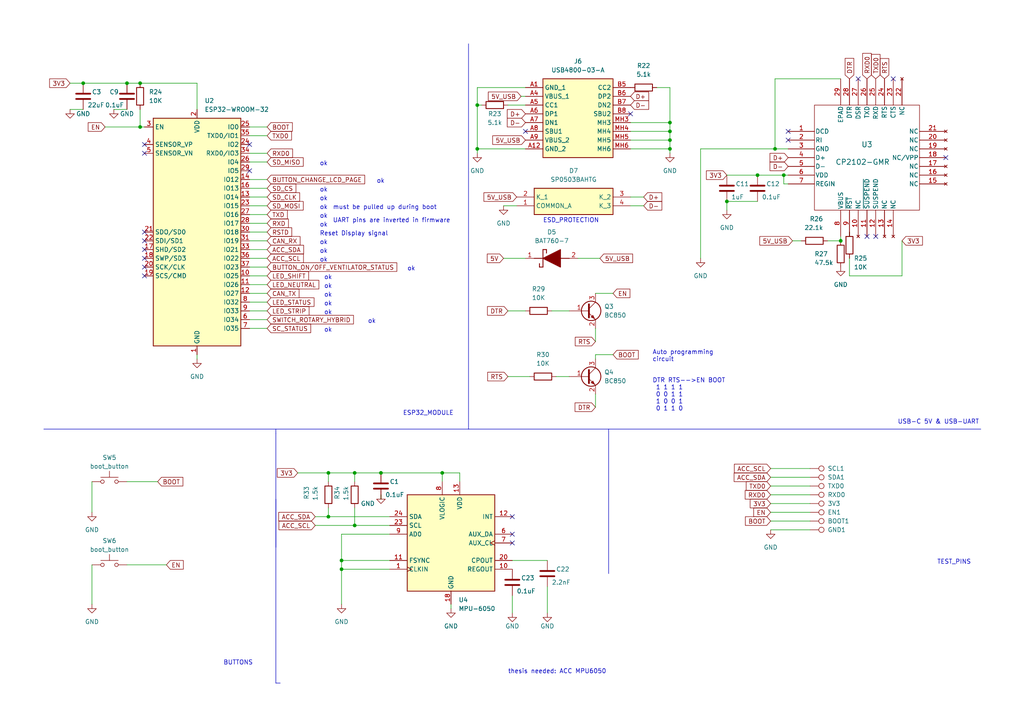
<source format=kicad_sch>
(kicad_sch (version 20231120) (generator "eeschema") (generator_version "8.0")
  (paper "A4")
  (title_block (title "DR-05 DASHBOARD") (date "2024-03-24") (rev "v2.0") (company "UPBDRIVE") (comment 1 "tudor.marculescu@stud.etti.upb.ro") (comment 2 "drawn by: Marculescu Tudor"))
  (lib_symbols
    (symbol "BAT760-7:BAT760-7" (pin_names hide)
      (property "Reference" "D" (at 12.7 8.89 0))
      (property "Value" "BAT760-7" (at 12.7 6.35 0))
      (symbol "BAT760-7_1_1"
        (polyline (pts (xy 5.08 0) (xy 7.62 0)) (stroke (width 0.254)))
        (polyline (pts (xy 6.604 -1.524) (xy 6.604 -2.54)) (stroke (width 0.254)))
        (polyline (pts (xy 7.62 -2.54) (xy 6.604 -2.54)) (stroke (width 0.254)))
        (polyline (pts (xy 7.62 2.54) (xy 7.62 -2.54)) (stroke (width 0.254)))
        (polyline (pts (xy 7.62 2.54) (xy 8.636 2.54)) (stroke (width 0.254)))
        (polyline (pts (xy 8.636 1.524) (xy 8.636 2.54)) (stroke (width 0.254)))
        (polyline (pts (xy 12.7 0) (xy 15.24 0)) (stroke (width 0.254)))
        (polyline (pts (xy 7.62 0) (xy 12.7 2.54) (xy 12.7 -2.54) (xy 7.62 0)) (stroke (width 0.254)) (fill (type outline)))
        (pin passive line (at 2.54 0 0) (length 2.54) (name "K") (number "1"))
        (pin passive line (at 17.78 0 180) (length 2.54) (name "A") (number "2"))
      )
    )
    (symbol "CP2102-GMR:CP2102-GMR" (pin_names (offset 0.254))
      (property "Reference" "U" (at 13.97 -13.97 0))
      (property "Value" "CP2102-GMR" (at 13.97 -16.51 0))
      (symbol "CP2102-GMR_0_1"
        (pin input line (at -7.62 -7.62 0) (length 7.62) (name "DCD") (number "1"))
        (pin no_connect line (at 12.7 -38.1 90) (length 7.62) (name "NC") (number "10"))
        (pin output line (at 17.78 -38.1 90) (length 7.62) (name "SUSPEND") (number "12"))
        (pin no_connect line (at 20.32 -38.1 90) (length 7.62) (name "NC") (number "13"))
        (pin no_connect line (at 22.86 -38.1 90) (length 7.62) (name "NC") (number "14"))
        (pin no_connect line (at 38.1 -22.86 180) (length 7.62) (name "NC") (number "15"))
        (pin no_connect line (at 38.1 -20.32 180) (length 7.62) (name "NC") (number "16"))
        (pin no_connect line (at 38.1 -17.78 180) (length 7.62) (name "NC") (number "17"))
        (pin bidirectional line (at 38.1 -15.24 180) (length 7.62) (name "NC/VPP") (number "18"))
        (pin no_connect line (at 38.1 -12.7 180) (length 7.62) (name "NC") (number "19"))
        (pin input line (at -7.62 -10.16 0) (length 7.62) (name "RI") (number "2"))
        (pin no_connect line (at 38.1 -10.16 180) (length 7.62) (name "NC") (number "20"))
        (pin no_connect line (at 38.1 -7.62 180) (length 7.62) (name "NC") (number "21"))
        (pin no_connect line (at 25.4 7.62 270) (length 7.62) (name "NC") (number "22"))
        (pin input line (at 22.86 7.62 270) (length 7.62) (name "CTS") (number "23"))
        (pin output line (at 20.32 7.62 270) (length 7.62) (name "RTS") (number "24"))
        (pin input line (at 17.78 7.62 270) (length 7.62) (name "RXD") (number "25"))
        (pin output line (at 15.24 7.62 270) (length 7.62) (name "TXD") (number "26"))
        (pin input line (at 12.7 7.62 270) (length 7.62) (name "DSR") (number "27"))
        (pin output line (at 10.16 7.62 270) (length 7.62) (name "DTR") (number "28"))
        (pin power_in line (at -7.62 -12.7 0) (length 7.62) (name "GND") (number "3"))
        (pin bidirectional line (at -7.62 -15.24 0) (length 7.62) (name "D+") (number "4"))
        (pin bidirectional line (at -7.62 -17.78 0) (length 7.62) (name "D-") (number "5"))
        (pin power_in line (at -7.62 -20.32 0) (length 7.62) (name "VDD") (number "6"))
        (pin input line (at -7.62 -22.86 0) (length 7.62) (name "REGIN") (number "7"))
        (pin input line (at 7.62 -38.1 90) (length 7.62) (name "VBUS") (number "8"))
      )
      (symbol "CP2102-GMR_1_1"
        (rectangle (start 0 0) (end 30.48 -30.48))
        (pin output line (at 15.24 -38.1 90) (length 7.62) (name "~{SUSPEND}") (number "11"))
        (pin power_in line (at 7.62 7.62 270) (length 7.62) (name "EPAD") (number "29"))
        (pin bidirectional line (at 10.16 -38.1 90) (length 7.62) (name "~{RST}") (number "9"))
      )
    )
    (symbol "Connector:TestPoint" (pin_numbers hide) (pin_names (offset 0.762) hide)
      (property "Reference" "TP" (at 0 6.858 0))
      (property "Value" "TestPoint" (at 0 5.08 0))
      (symbol "TestPoint_0_1"
        (circle (center 0 3.302) (radius 0.762))
      )
      (symbol "TestPoint_1_1"
        (pin passive line (at 0 0 90) (length 2.54) (name "1") (number "1"))
      )
    )
    (symbol "Device:C" (pin_numbers hide) (pin_names (offset 0.254))
      (property "Reference" "C" (at 0.635 2.54 0))
      (property "Value" "C" (at 0.635 -2.54 0))
      (symbol "C_0_1"
        (polyline (pts (xy -2.032 -0.762) (xy 2.032 -0.762)) (stroke (width 0.508)))
        (polyline (pts (xy -2.032 0.762) (xy 2.032 0.762)) (stroke (width 0.508)))
      )
      (symbol "C_1_1"
        (pin passive line (at 0 3.81 270) (length 2.794) (name "~") (number "1"))
        (pin passive line (at 0 -3.81 90) (length 2.794) (name "~") (number "2"))
      )
    )
    (symbol "Device:R" (pin_numbers hide) (pin_names (offset 0))
      (property "Reference" "R" (at 2.032 0 90))
      (property "Value" "R" (at 0 0 90))
      (symbol "R_0_1"
        (rectangle (start -1.016 -2.54) (end 1.016 2.54) (stroke (width 0.254)))
      )
      (symbol "R_1_1"
        (pin passive line (at 0 3.81 270) (length 1.27) (name "~") (number "1"))
        (pin passive line (at 0 -3.81 90) (length 1.27) (name "~") (number "2"))
      )
    )
    (symbol "RF_Module:ESP32-WROOM-32"
      (property "Reference" "U" (at -12.7 34.29 0))
      (property "Value" "ESP32-WROOM-32" (at 1.27 34.29 0))
      (symbol "ESP32-WROOM-32_0_1"
        (rectangle (start -12.7 33.02) (end 12.7 -33.02) (stroke (width 0.254)) (fill (type background)))
      )
      (symbol "ESP32-WROOM-32_1_1"
        (pin power_in line (at 0 -35.56 90) (length 2.54) (name "GND") (number "1"))
        (pin bidirectional line (at 15.24 -12.7 180) (length 2.54) (name "IO25") (number "10"))
        (pin bidirectional line (at 15.24 -15.24 180) (length 2.54) (name "IO26") (number "11"))
        (pin bidirectional line (at 15.24 -17.78 180) (length 2.54) (name "IO27") (number "12"))
        (pin bidirectional line (at 15.24 10.16 180) (length 2.54) (name "IO14") (number "13"))
        (pin bidirectional line (at 15.24 15.24 180) (length 2.54) (name "IO12") (number "14"))
        (pin passive line (at 0 -35.56 90) (length 2.54) hide (name "GND") (number "15"))
        (pin bidirectional line (at 15.24 12.7 180) (length 2.54) (name "IO13") (number "16"))
        (pin bidirectional line (at -15.24 -5.08 0) (length 2.54) (name "SHD/SD2") (number "17"))
        (pin bidirectional line (at -15.24 -7.62 0) (length 2.54) (name "SWP/SD3") (number "18"))
        (pin bidirectional line (at -15.24 -12.7 0) (length 2.54) (name "SCS/CMD") (number "19"))
        (pin power_in line (at 0 35.56 270) (length 2.54) (name "VDD") (number "2"))
        (pin bidirectional line (at -15.24 -10.16 0) (length 2.54) (name "SCK/CLK") (number "20"))
        (pin bidirectional line (at -15.24 0 0) (length 2.54) (name "SDO/SD0") (number "21"))
        (pin bidirectional line (at -15.24 -2.54 0) (length 2.54) (name "SDI/SD1") (number "22"))
        (pin bidirectional line (at 15.24 7.62 180) (length 2.54) (name "IO15") (number "23"))
        (pin bidirectional line (at 15.24 25.4 180) (length 2.54) (name "IO2") (number "24"))
        (pin bidirectional line (at 15.24 30.48 180) (length 2.54) (name "IO0") (number "25"))
        (pin bidirectional line (at 15.24 20.32 180) (length 2.54) (name "IO4") (number "26"))
        (pin bidirectional line (at 15.24 5.08 180) (length 2.54) (name "IO16") (number "27"))
        (pin bidirectional line (at 15.24 2.54 180) (length 2.54) (name "IO17") (number "28"))
        (pin bidirectional line (at 15.24 17.78 180) (length 2.54) (name "IO5") (number "29"))
        (pin input line (at -15.24 30.48 0) (length 2.54) (name "EN") (number "3"))
        (pin bidirectional line (at 15.24 0 180) (length 2.54) (name "IO18") (number "30"))
        (pin bidirectional line (at 15.24 -2.54 180) (length 2.54) (name "IO19") (number "31"))
        (pin no_connect line (at -12.7 -27.94 0) (length 2.54) hide (name "NC") (number "32"))
        (pin bidirectional line (at 15.24 -5.08 180) (length 2.54) (name "IO21") (number "33"))
        (pin bidirectional line (at 15.24 22.86 180) (length 2.54) (name "RXD0/IO3") (number "34"))
        (pin bidirectional line (at 15.24 27.94 180) (length 2.54) (name "TXD0/IO1") (number "35"))
        (pin bidirectional line (at 15.24 -7.62 180) (length 2.54) (name "IO22") (number "36"))
        (pin bidirectional line (at 15.24 -10.16 180) (length 2.54) (name "IO23") (number "37"))
        (pin passive line (at 0 -35.56 90) (length 2.54) hide (name "GND") (number "38"))
        (pin passive line (at 0 -35.56 90) (length 2.54) hide (name "GND") (number "39"))
        (pin input line (at -15.24 25.4 0) (length 2.54) (name "SENSOR_VP") (number "4"))
        (pin input line (at -15.24 22.86 0) (length 2.54) (name "SENSOR_VN") (number "5"))
        (pin input line (at 15.24 -25.4 180) (length 2.54) (name "IO34") (number "6"))
        (pin input line (at 15.24 -27.94 180) (length 2.54) (name "IO35") (number "7"))
        (pin bidirectional line (at 15.24 -20.32 180) (length 2.54) (name "IO32") (number "8"))
        (pin bidirectional line (at 15.24 -22.86 180) (length 2.54) (name "IO33") (number "9"))
      )
    )
    (symbol "SP0503BAHTG:SP0503BAHTG"
      (property "Reference" "D" (at 29.21 7.62 0))
      (property "Value" "SP0503BAHTG" (at 29.21 5.08 0))
      (symbol "SP0503BAHTG_1_1"
        (rectangle (start 5.08 2.54) (end 27.94 -5.08) (stroke (width 0.254)) (fill (type background)))
        (pin passive line (at 0 0 0) (length 5.08) (name "COMMON_A") (number "1"))
        (pin passive line (at 0 -2.54 0) (length 5.08) (name "K_1") (number "2"))
        (pin passive line (at 33.02 -2.54 180) (length 5.08) (name "K_2") (number "3"))
        (pin passive line (at 33.02 0 180) (length 5.08) (name "K_3") (number "4"))
      )
    )
    (symbol "Sensor_Motion:MPU-6050"
      (property "Reference" "U" (at -11.43 13.97 0))
      (property "Value" "MPU-6050" (at 7.62 -15.24 0))
      (symbol "MPU-6050_0_0"
        (text "" (at 12.7 -2.54 0) (effects (font (size 1.27 1.27))))
      )
      (symbol "MPU-6050_0_1"
        (rectangle (start -12.7 13.97) (end 12.7 -13.97) (stroke (width 0.254)) (fill (type background)))
      )
      (symbol "MPU-6050_1_1"
        (pin input clock (at -17.78 -7.62 0) (length 5.08) (name "CLKIN") (number "1"))
        (pin passive line (at 17.78 -7.62 180) (length 5.08) (name "REGOUT") (number "10"))
        (pin input line (at -17.78 -5.08 0) (length 5.08) (name "FSYNC") (number "11"))
        (pin output line (at 17.78 7.62 180) (length 5.08) (name "INT") (number "12"))
        (pin power_in line (at 2.54 17.78 270) (length 3.81) (name "VDD") (number "13"))
        (pin no_connect line (at -12.7 -10.16 0) (length 2.54) hide (name "NC") (number "14"))
        (pin no_connect line (at 12.7 12.7 180) (length 2.54) hide (name "NC") (number "15"))
        (pin no_connect line (at 12.7 10.16 180) (length 2.54) hide (name "NC") (number "16"))
        (pin no_connect line (at 12.7 5.08 180) (length 2.54) hide (name "NC") (number "17"))
        (pin power_in line (at 0 -17.78 90) (length 3.81) (name "GND") (number "18"))
        (pin no_connect line (at 12.7 -10.16 180) (length 2.54) hide (name "RESV") (number "19"))
        (pin no_connect line (at -12.7 12.7 0) (length 2.54) hide (name "NC") (number "2"))
        (pin passive line (at 17.78 -5.08 180) (length 5.08) (name "CPOUT") (number "20"))
        (pin no_connect line (at 12.7 -2.54 180) (length 2.54) hide (name "RESV") (number "21"))
        (pin no_connect line (at 12.7 -12.7 180) (length 2.54) hide (name "RESV") (number "22"))
        (pin input line (at -17.78 5.08 0) (length 5.08) (name "SCL") (number "23"))
        (pin bidirectional line (at -17.78 7.62 0) (length 5.08) (name "SDA") (number "24"))
        (pin no_connect line (at -12.7 10.16 0) (length 2.54) hide (name "NC") (number "3"))
        (pin no_connect line (at -12.7 0 0) (length 2.54) hide (name "NC") (number "4"))
        (pin no_connect line (at -12.7 -2.54 0) (length 2.54) hide (name "NC") (number "5"))
        (pin bidirectional line (at 17.78 2.54 180) (length 5.08) (name "AUX_DA") (number "6"))
        (pin output clock (at 17.78 0 180) (length 5.08) (name "AUX_CL") (number "7"))
        (pin power_in line (at -2.54 17.78 270) (length 3.81) (name "VLOGIC") (number "8"))
        (pin input line (at -17.78 2.54 0) (length 5.08) (name "AD0") (number "9"))
      )
    )
    (symbol "Switch:SW_Push" (pin_numbers hide) (pin_names (offset 1.016) hide)
      (property "Reference" "SW" (at 1.27 2.54 0))
      (property "Value" "SW_Push" (at 0 -1.524 0))
      (symbol "SW_Push_0_1"
        (circle (center -2.032 0) (radius 0.508))
        (polyline (pts (xy 0 1.27) (xy 0 3.048)))
        (polyline (pts (xy 2.54 1.27) (xy -2.54 1.27)))
        (circle (center 2.032 0) (radius 0.508))
        (pin passive line (at -5.08 0 0) (length 2.54) (name "1") (number "1"))
        (pin passive line (at 5.08 0 180) (length 2.54) (name "2") (number "2"))
      )
    )
    (symbol "Transistor_BJT:BC850" (pin_names (offset 0) hide)
      (property "Reference" "Q" (at 5.08 1.905 0))
      (property "Value" "BC850" (at 5.08 0 0))
      (symbol "BC850_0_1"
        (polyline (pts (xy 0.635 0.635) (xy 2.54 2.54)))
        (polyline (pts (xy 0.635 -0.635) (xy 2.54 -2.54) (xy 2.54 -2.54)))
        (polyline (pts (xy 0.635 1.905) (xy 0.635 -1.905) (xy 0.635 -1.905)) (stroke (width 0.508)))
        (polyline (pts (xy 1.27 -1.778) (xy 1.778 -1.27) (xy 2.286 -2.286) (xy 1.27 -1.778) (xy 1.27 -1.778)) (fill (type outline)))
        (circle (center 1.27 0) (radius 2.8194) (stroke (width 0.254)))
      )
      (symbol "BC850_1_1"
        (pin input line (at -5.08 0 0) (length 5.715) (name "B") (number "1"))
        (pin passive line (at 2.54 -5.08 90) (length 2.54) (name "E") (number "2"))
        (pin passive line (at 2.54 5.08 270) (length 2.54) (name "C") (number "3"))
      )
    )
    (symbol "USB480003A:USB4800-03-A"
      (property "Reference" "J" (at 26.67 7.62 0))
      (property "Value" "USB4800-03-A" (at 26.67 5.08 0))
      (symbol "USB4800-03-A_1_1"
        (rectangle (start 5.08 2.54) (end 25.4 -20.32) (stroke (width 0.254)) (fill (type background)))
        (pin passive line (at 0 0 0) (length 5.08) (name "GND_1") (number "A1"))
        (pin passive line (at 0 -17.78 0) (length 5.08) (name "GND_2") (number "A12"))
        (pin passive line (at 0 -2.54 0) (length 5.08) (name "VBUS_1") (number "A4"))
        (pin passive line (at 0 -5.08 0) (length 5.08) (name "CC1") (number "A5"))
        (pin passive line (at 0 -7.62 0) (length 5.08) (name "DP1") (number "A6"))
        (pin passive line (at 0 -10.16 0) (length 5.08) (name "DN1") (number "A7"))
        (pin passive line (at 0 -12.7 0) (length 5.08) (name "SBU1") (number "A8"))
        (pin passive line (at 0 -15.24 0) (length 5.08) (name "VBUS_2") (number "A9"))
        (pin passive line (at 30.48 0 180) (length 5.08) (name "CC2") (number "B5"))
        (pin passive line (at 30.48 -2.54 180) (length 5.08) (name "DP2") (number "B6"))
        (pin passive line (at 30.48 -5.08 180) (length 5.08) (name "DN2") (number "B7"))
        (pin passive line (at 30.48 -7.62 180) (length 5.08) (name "SBU2") (number "B8"))
        (pin passive line (at 30.48 -10.16 180) (length 5.08) (name "MH3") (number "MH3"))
        (pin passive line (at 30.48 -12.7 180) (length 5.08) (name "MH4") (number "MH4"))
        (pin passive line (at 30.48 -15.24 180) (length 5.08) (name "MH5") (number "MH5"))
        (pin passive line (at 30.48 -17.78 180) (length 5.08) (name "MH6") (number "MH6"))
      )
    )
    (symbol "power:GND" (power) (pin_names (offset 0))
      (property "Value" "GND" (at 0 -3.81 0))
      (symbol "GND_0_1"
        (polyline (pts (xy 0 0) (xy 0 -1.27) (xy 1.27 -1.27) (xy 0 -2.54) (xy -1.27 -1.27) (xy 0 -1.27)))
      )
      (symbol "GND_1_1"
        (pin power_in line (at 0 0 270) (length 0) hide (name "GND") (number "1"))
      )
    )
  )
  (junction (at 194.31 43.18))
  (junction (at 40.64 36.83))
  (junction (at 102.87 152.4))
  (junction (at 102.87 137.16))
  (junction (at 24.13 24.13))
  (junction (at 99.06 165.1))
  (junction (at 99.06 162.56))
  (junction (at 110.49 137.16))
  (junction (at 243.84 69.85))
  (junction (at 138.43 43.18))
  (junction (at 194.31 40.64))
  (junction (at 138.43 30.48))
  (junction (at 210.82 58.42))
  (junction (at 194.31 38.1))
  (junction (at 36.83 24.13))
  (junction (at 194.31 35.56))
  (junction (at 219.71 50.8))
  (junction (at 95.25 137.16))
  (junction (at 227.33 50.8))
  (junction (at 40.64 24.13))
  (junction (at 95.25 149.86))
  (junction (at 128.27 137.16))
  (junction (at 224.79 43.18))
  (no_connect (at 41.91 67.31))
  (no_connect (at 148.59 154.94))
  (no_connect (at 72.39 41.91))
  (no_connect (at 72.39 49.53))
  (no_connect (at 152.4 38.1))
  (no_connect (at 259.08 22.86))
  (no_connect (at 41.91 72.39))
  (no_connect (at 41.91 69.85))
  (no_connect (at 41.91 74.93))
  (no_connect (at 148.59 149.86))
  (no_connect (at 251.46 68.58))
  (no_connect (at 41.91 80.01))
  (no_connect (at 41.91 41.91))
  (no_connect (at 228.6 38.1))
  (no_connect (at 274.32 45.72))
  (no_connect (at 248.92 22.86))
  (no_connect (at 228.6 40.64))
  (no_connect (at 254 68.58))
  (no_connect (at 41.91 44.45))
  (no_connect (at 182.88 33.02))
  (no_connect (at 41.91 77.47))
  (no_connect (at 148.59 157.48))
  (wire (pts (xy 113.03 165.1) (xy 99.06 165.1)))
  (wire (pts (xy 194.31 38.1) (xy 194.31 40.64)))
  (wire (pts (xy 240.03 69.85) (xy 243.84 69.85)))
  (polyline (pts (xy 80.01 198.12) (xy 81.28 198.12)))
  (wire (pts (xy 36.83 163.83) (xy 48.26 163.83)))
  (wire (pts (xy 172.72 114.3) (xy 172.72 118.11)))
  (wire (pts (xy 102.87 152.4) (xy 113.03 152.4)))
  (polyline (pts (xy 135.89 12.7) (xy 135.89 124.46)))
  (wire (pts (xy 194.31 35.56) (xy 194.31 38.1)))
  (wire (pts (xy 138.43 30.48) (xy 138.43 43.18)))
  (wire (pts (xy 186.69 59.69) (xy 182.88 59.69)))
  (wire (pts (xy 40.64 31.75) (xy 40.64 36.83)))
  (wire (pts (xy 224.79 43.18) (xy 203.2 43.18)))
  (wire (pts (xy 138.43 30.48) (xy 139.7 30.48)))
  (wire (pts (xy 30.48 36.83) (xy 40.64 36.83)))
  (wire (pts (xy 147.32 109.22) (xy 153.67 109.22)))
  (wire (pts (xy 146.05 74.93) (xy 152.4 74.93)))
  (wire (pts (xy 151.13 27.94) (xy 152.4 27.94)))
  (wire (pts (xy 72.39 54.61) (xy 77.47 54.61)))
  (wire (pts (xy 219.71 50.8) (xy 227.33 50.8)))
  (wire (pts (xy 72.39 90.17) (xy 77.47 90.17)))
  (wire (pts (xy 95.25 147.32) (xy 95.25 149.86)))
  (wire (pts (xy 40.64 24.13) (xy 57.15 24.13)))
  (wire (pts (xy 138.43 43.18) (xy 152.4 43.18)))
  (wire (pts (xy 227.33 50.8) (xy 228.6 50.8)))
  (wire (pts (xy 130.81 176.53) (xy 130.81 175.26)))
  (wire (pts (xy 223.52 148.59) (xy 234.95 148.59)))
  (wire (pts (xy 36.83 24.13) (xy 40.64 24.13)))
  (wire (pts (xy 182.88 57.15) (xy 186.69 57.15)))
  (polyline (pts (xy 176.53 124.46) (xy 176.53 166.37)))
  (polyline (pts (xy 80.01 124.46) (xy 80.01 125.73)))
  (wire (pts (xy 152.4 25.4) (xy 138.43 25.4)))
  (wire (pts (xy 57.15 24.13) (xy 57.15 31.75)))
  (wire (pts (xy 99.06 162.56) (xy 113.03 162.56)))
  (wire (pts (xy 261.62 69.85) (xy 261.62 80.01)))
  (wire (pts (xy 91.44 152.4) (xy 102.87 152.4)))
  (polyline (pts (xy 80.01 158.75) (xy 80.01 144.78)))
  (wire (pts (xy 95.25 137.16) (xy 102.87 137.16)))
  (wire (pts (xy 182.88 38.1) (xy 194.31 38.1)))
  (wire (pts (xy 40.64 36.83) (xy 41.91 36.83)))
  (wire (pts (xy 72.39 74.93) (xy 77.47 74.93)))
  (wire (pts (xy 246.38 80.01) (xy 246.38 74.93)))
  (wire (pts (xy 99.06 165.1) (xy 99.06 175.26)))
  (wire (pts (xy 223.52 135.89) (xy 234.95 135.89)))
  (wire (pts (xy 194.31 25.4) (xy 194.31 35.56)))
  (wire (pts (xy 77.47 36.83) (xy 72.39 36.83)))
  (wire (pts (xy 102.87 137.16) (xy 110.49 137.16)))
  (wire (pts (xy 148.59 162.56) (xy 158.75 162.56)))
  (wire (pts (xy 72.39 69.85) (xy 77.47 69.85)))
  (wire (pts (xy 91.44 149.86) (xy 95.25 149.86)))
  (wire (pts (xy 148.59 172.72) (xy 148.59 177.8)))
  (wire (pts (xy 182.88 40.64) (xy 194.31 40.64)))
  (wire (pts (xy 26.67 163.83) (xy 26.67 175.26)))
  (wire (pts (xy 146.05 59.69) (xy 149.86 59.69)))
  (wire (pts (xy 33.02 31.75) (xy 36.83 31.75)))
  (wire (pts (xy 246.38 80.01) (xy 261.62 80.01)))
  (wire (pts (xy 223.52 146.05) (xy 234.95 146.05)))
  (wire (pts (xy 160.02 90.17) (xy 165.1 90.17)))
  (wire (pts (xy 26.67 139.7) (xy 26.67 148.59)))
  (wire (pts (xy 158.75 177.8) (xy 158.75 170.18)))
  (wire (pts (xy 210.82 58.42) (xy 219.71 58.42)))
  (wire (pts (xy 102.87 147.32) (xy 102.87 152.4)))
  (wire (pts (xy 72.39 59.69) (xy 77.47 59.69)))
  (wire (pts (xy 72.39 67.31) (xy 77.47 67.31)))
  (wire (pts (xy 95.25 149.86) (xy 113.03 149.86)))
  (wire (pts (xy 138.43 43.18) (xy 138.43 44.45)))
  (wire (pts (xy 128.27 137.16) (xy 128.27 139.7)))
  (wire (pts (xy 228.6 53.34) (xy 227.33 53.34)))
  (wire (pts (xy 223.52 151.13) (xy 234.95 151.13)))
  (wire (pts (xy 72.39 46.99) (xy 77.47 46.99)))
  (wire (pts (xy 223.52 140.97) (xy 234.95 140.97)))
  (wire (pts (xy 72.39 85.09) (xy 77.47 85.09)))
  (wire (pts (xy 223.52 153.67) (xy 234.95 153.67)))
  (wire (pts (xy 223.52 143.51) (xy 234.95 143.51)))
  (wire (pts (xy 172.72 104.14) (xy 172.72 102.87)))
  (wire (pts (xy 223.52 138.43) (xy 234.95 138.43)))
  (wire (pts (xy 72.39 62.23) (xy 77.47 62.23)))
  (polyline (pts (xy 12.7 124.46) (xy 135.89 124.46)))
  (wire (pts (xy 72.39 72.39) (xy 77.47 72.39)))
  (wire (pts (xy 72.39 80.01) (xy 77.47 80.01)))
  (wire (pts (xy 246.38 67.31) (xy 246.38 68.58)))
  (wire (pts (xy 72.39 64.77) (xy 77.47 64.77)))
  (wire (pts (xy 77.47 39.37) (xy 72.39 39.37)))
  (wire (pts (xy 182.88 43.18) (xy 194.31 43.18)))
  (wire (pts (xy 194.31 43.18) (xy 194.31 44.45)))
  (wire (pts (xy 72.39 87.63) (xy 77.47 87.63)))
  (wire (pts (xy 128.27 137.16) (xy 133.35 137.16)))
  (wire (pts (xy 72.39 77.47) (xy 77.47 77.47)))
  (wire (pts (xy 190.5 25.4) (xy 194.31 25.4)))
  (wire (pts (xy 86.36 137.16) (xy 95.25 137.16)))
  (wire (pts (xy 243.84 22.86) (xy 224.79 22.86)))
  (wire (pts (xy 133.35 137.16) (xy 133.35 139.7)))
  (polyline (pts (xy 135.89 124.46) (xy 284.48 124.46)))
  (wire (pts (xy 99.06 162.56) (xy 99.06 154.94)))
  (wire (pts (xy 161.29 109.22) (xy 165.1 109.22)))
  (wire (pts (xy 172.72 95.25) (xy 172.72 99.06)))
  (wire (pts (xy 72.39 57.15) (xy 77.47 57.15)))
  (wire (pts (xy 147.32 90.17) (xy 152.4 90.17)))
  (wire (pts (xy 99.06 162.56) (xy 99.06 165.1)))
  (wire (pts (xy 203.2 43.18) (xy 203.2 74.93)))
  (wire (pts (xy 229.87 69.85) (xy 232.41 69.85)))
  (wire (pts (xy 172.72 102.87) (xy 177.8 102.87)))
  (wire (pts (xy 110.49 143.51) (xy 110.49 144.78)))
  (wire (pts (xy 95.25 137.16) (xy 95.25 139.7)))
  (wire (pts (xy 72.39 95.25) (xy 77.47 95.25)))
  (wire (pts (xy 24.13 24.13) (xy 36.83 24.13)))
  (wire (pts (xy 147.32 30.48) (xy 152.4 30.48)))
  (wire (pts (xy 182.88 35.56) (xy 194.31 35.56)))
  (wire (pts (xy 57.15 102.87) (xy 57.15 104.14)))
  (wire (pts (xy 228.6 43.18) (xy 224.79 43.18)))
  (wire (pts (xy 227.33 50.8) (xy 227.33 53.34)))
  (wire (pts (xy 102.87 137.16) (xy 102.87 139.7)))
  (wire (pts (xy 20.32 31.75) (xy 24.13 31.75)))
  (wire (pts (xy 72.39 52.07) (xy 77.47 52.07)))
  (polyline (pts (xy 80.01 125.73) (xy 80.01 198.12)))
  (wire (pts (xy 194.31 40.64) (xy 194.31 43.18)))
  (wire (pts (xy 138.43 25.4) (xy 138.43 30.48)))
  (wire (pts (xy 99.06 154.94) (xy 113.03 154.94)))
  (wire (pts (xy 110.49 137.16) (xy 128.27 137.16)))
  (wire (pts (xy 72.39 82.55) (xy 77.47 82.55)))
  (wire (pts (xy 172.72 85.09) (xy 177.8 85.09)))
  (wire (pts (xy 72.39 92.71) (xy 77.47 92.71)))
  (wire (pts (xy 210.82 58.42) (xy 210.82 60.96)))
  (wire (pts (xy 20.32 24.13) (xy 24.13 24.13)))
  (wire (pts (xy 167.64 74.93) (xy 173.99 74.93)))
  (wire (pts (xy 77.47 44.45) (xy 72.39 44.45)))
  (wire (pts (xy 210.82 50.8) (xy 219.71 50.8)))
  (wire (pts (xy 224.79 22.86) (xy 224.79 43.18)))
  (wire (pts (xy 243.84 68.58) (xy 243.84 69.85)))
  (wire (pts (xy 36.83 139.7) (xy 45.72 139.7)))
  (text "Auto programming\ncircuit\n\n\nDTR RTS-->EN BOOT\n 1 1 1 1\n 0 0 1 1\n 1 0 0 1\n 0 1 1 0 " (at 189.23 119.38 0) (effects (font (size 1.27 1.27)) (justify left bottom)))
  (text "ok\n" (at 93.98 81.28 0) (effects (font (size 1.27 1.27)) (justify left bottom)))
  (text "ESP32_MODULE" (at 116.84 120.65 0) (effects (font (size 1.27 1.27)) (justify left bottom)))
  (text "ok\n" (at 92.71 73.66 0) (effects (font (size 1.27 1.27)) (justify left bottom)))
  (text "ok\n" (at 92.71 71.12 0) (effects (font (size 1.27 1.27)) (justify left bottom)))
  (text "ok\n" (at 93.98 96.52 0) (effects (font (size 1.27 1.27)) (justify left bottom)))
  (text "ok\n" (at 109.22 53.34 0) (effects (font (size 1.27 1.27)) (justify left bottom)))
  (text "ESD_PROTECTION\n" (at 157.48 64.77 0) (effects (font (size 1.27 1.27)) (justify left bottom)))
  (text "ok\n" (at 93.98 86.36 0) (effects (font (size 1.27 1.27)) (justify left bottom)))
  (text "ok\n" (at 92.71 60.96 0) (effects (font (size 1.27 1.27)) (justify left bottom)))
  (text "ok\n" (at 92.71 63.5 0) (effects (font (size 1.27 1.27)) (justify left bottom)))
  (text "BUTTONS\n" (at 64.77 193.04 0) (effects (font (size 1.27 1.27)) (justify left bottom)))
  (text "must be pulled up during boot" (at 96.52 60.96 0) (effects (font (size 1.27 1.27)) (justify left bottom)))
  (text "ok\n" (at 92.71 76.2 0) (effects (font (size 1.27 1.27)) (justify left bottom)))
  (text "USB-C 5V & USB-UART" (at 260.35 123.19 0) (effects (font (size 1.27 1.27)) (justify left bottom)))
  (text "ok\n" (at 92.71 58.42 0) (effects (font (size 1.27 1.27)) (justify left bottom)))
  (text "ok\n" (at 118.11 78.74 0) (effects (font (size 1.27 1.27)) (justify left bottom)))
  (text "ok\n" (at 93.98 88.9 0) (effects (font (size 1.27 1.27)) (justify left bottom)))
  (text "ok\n" (at 93.98 91.44 0) (effects (font (size 1.27 1.27)) (justify left bottom)))
  (text "ok\n" (at 93.98 83.82 0) (effects (font (size 1.27 1.27)) (justify left bottom)))
  (text "thesis needed: ACC MPU6050" (at 147.32 195.58 0) (effects (font (size 1.27 1.27)) (justify left bottom)))
  (text "ok\n" (at 92.71 55.88 0) (effects (font (size 1.27 1.27)) (justify left bottom)))
  (text "Reset Display signal" (at 92.71 68.58 0) (effects (font (size 1.27 1.27)) (justify left bottom)))
  (text "ok\n" (at 106.68 93.98 0) (effects (font (size 1.27 1.27)) (justify left bottom)))
  (text "TEST_PINS\n" (at 271.78 163.83 0) (effects (font (size 1.27 1.27)) (justify left bottom)))
  (text "ok\n" (at 92.71 66.04 0) (effects (font (size 1.27 1.27)) (justify left bottom)))
  (text "UART pins are inverted in firmware" (at 96.52 64.77 0) (effects (font (size 1.27 1.27)) (justify left bottom)))
  (text "ok\n" (at 92.71 48.26 0) (effects (font (size 1.27 1.27)) (justify left bottom)))
  (global_label "LED_SHIFT" (shape input) (at 77.47 80.01 0) (property "Intersheetrefs" "${INTERSHEET_REFS}" (effects (hide yes))))
  (global_label "LED_STRIP" (shape input) (at 77.47 90.17 0) (property "Intersheetrefs" "${INTERSHEET_REFS}" (effects (hide yes))))
  (global_label "3V3" (shape input) (at 210.82 50.8 180) (property "Intersheetrefs" "${INTERSHEET_REFS}" (effects (hide yes))))
  (global_label "5V_USB" (shape input) (at 149.86 57.15 180) (property "Intersheetrefs" "${INTERSHEET_REFS}" (effects (hide yes))))
  (global_label "D+" (shape input) (at 182.88 27.94 0) (property "Intersheetrefs" "${INTERSHEET_REFS}" (effects (hide yes))))
  (global_label "ACC_SCL" (shape input) (at 91.44 152.4 180) (property "Intersheetrefs" "${INTERSHEET_REFS}" (effects (hide yes))))
  (global_label "SD_MISO" (shape input) (at 77.47 46.99 0) (property "Intersheetrefs" "${INTERSHEET_REFS}" (effects (hide yes))))
  (global_label "EN" (shape input) (at 177.8 85.09 0) (property "Intersheetrefs" "${INTERSHEET_REFS}" (effects (hide yes))))
  (global_label "5V" (shape input) (at 146.05 74.93 180) (property "Intersheetrefs" "${INTERSHEET_REFS}" (effects (hide yes))))
  (global_label "BOOT" (shape input) (at 177.8 102.87 0) (property "Intersheetrefs" "${INTERSHEET_REFS}" (effects (hide yes))))
  (global_label "BOOT" (shape input) (at 45.72 139.7 0) (property "Intersheetrefs" "${INTERSHEET_REFS}" (effects (hide yes))))
  (global_label "5V_USB" (shape input) (at 173.99 74.93 0) (property "Intersheetrefs" "${INTERSHEET_REFS}" (effects (hide yes))))
  (global_label "ACC_SDA" (shape input) (at 91.44 149.86 180) (property "Intersheetrefs" "${INTERSHEET_REFS}" (effects (hide yes))))
  (global_label "ACC_SDA" (shape input) (at 223.52 138.43 180) (property "Intersheetrefs" "${INTERSHEET_REFS}" (effects (hide yes))))
  (global_label "D+" (shape input) (at 152.4 33.02 180) (property "Intersheetrefs" "${INTERSHEET_REFS}" (effects (hide yes))))
  (global_label "SD_CLK" (shape input) (at 77.47 57.15 0) (property "Intersheetrefs" "${INTERSHEET_REFS}" (effects (hide yes))))
  (global_label "RTS" (shape input) (at 172.72 99.06 180) (property "Intersheetrefs" "${INTERSHEET_REFS}" (effects (hide yes))))
  (global_label "D-" (shape input) (at 186.69 59.69 0) (property "Intersheetrefs" "${INTERSHEET_REFS}" (effects (hide yes))))
  (global_label "SD_CS" (shape input) (at 77.47 54.61 0) (property "Intersheetrefs" "${INTERSHEET_REFS}" (effects (hide yes))))
  (global_label "D-" (shape input) (at 152.4 35.56 180) (property "Intersheetrefs" "${INTERSHEET_REFS}" (effects (hide yes))))
  (global_label "CAN_TX" (shape input) (at 77.47 85.09 0) (property "Intersheetrefs" "${INTERSHEET_REFS}" (effects (hide yes))))
  (global_label "DTR" (shape input) (at 172.72 118.11 180) (property "Intersheetrefs" "${INTERSHEET_REFS}" (effects (hide yes))))
  (global_label "LED_NEUTRAL" (shape input) (at 77.47 82.55 0) (property "Intersheetrefs" "${INTERSHEET_REFS}" (effects (hide yes))))
  (global_label "RTS" (shape input) (at 256.54 22.86 90) (property "Intersheetrefs" "${INTERSHEET_REFS}" (effects (hide yes))))
  (global_label "ACC_SCL" (shape input) (at 223.52 135.89 180) (property "Intersheetrefs" "${INTERSHEET_REFS}" (effects (hide yes))))
  (global_label "3V3" (shape input) (at 261.62 69.85 0) (property "Intersheetrefs" "${INTERSHEET_REFS}" (effects (hide yes))))
  (global_label "ACC_SCL" (shape input) (at 77.47 74.93 0) (property "Intersheetrefs" "${INTERSHEET_REFS}" (effects (hide yes))))
  (global_label "LED_STATUS" (shape input) (at 77.47 87.63 0) (property "Intersheetrefs" "${INTERSHEET_REFS}" (effects (hide yes))))
  (global_label "EN" (shape input) (at 48.26 163.83 0) (property "Intersheetrefs" "${INTERSHEET_REFS}" (effects (hide yes))))
  (global_label "BUTTON_CHANGE_LCD_PAGE" (shape input) (at 77.47 52.07 0) (property "Intersheetrefs" "${INTERSHEET_REFS}" (effects (hide yes))))
  (global_label "D+" (shape input) (at 228.6 45.72 180) (property "Intersheetrefs" "${INTERSHEET_REFS}" (effects (hide yes))))
  (global_label "RXD" (shape input) (at 77.47 64.77 0) (property "Intersheetrefs" "${INTERSHEET_REFS}" (effects (hide yes))))
  (global_label "TXD0" (shape input) (at 254 22.86 90) (property "Intersheetrefs" "${INTERSHEET_REFS}" (effects (hide yes))))
  (global_label "3V3" (shape input) (at 223.52 146.05 180) (property "Intersheetrefs" "${INTERSHEET_REFS}" (effects (hide yes))))
  (global_label "SD_MOSI" (shape input) (at 77.47 59.69 0) (property "Intersheetrefs" "${INTERSHEET_REFS}" (effects (hide yes))))
  (global_label "BOOT" (shape input) (at 77.47 36.83 0) (property "Intersheetrefs" "${INTERSHEET_REFS}" (effects (hide yes))))
  (global_label "3V3" (shape input) (at 86.36 137.16 180) (property "Intersheetrefs" "${INTERSHEET_REFS}" (effects (hide yes))))
  (global_label "RXD0" (shape input) (at 223.52 143.51 180) (property "Intersheetrefs" "${INTERSHEET_REFS}" (effects (hide yes))))
  (global_label "RSTD" (shape input) (at 77.47 67.31 0) (property "Intersheetrefs" "${INTERSHEET_REFS}" (effects (hide yes))))
  (global_label "SWITCH_ROTARY_HYBRID" (shape input) (at 77.47 92.71 0) (property "Intersheetrefs" "${INTERSHEET_REFS}" (effects (hide yes))))
  (global_label "TXD0" (shape input) (at 223.52 140.97 180) (property "Intersheetrefs" "${INTERSHEET_REFS}" (effects (hide yes))))
  (global_label "CAN_RX" (shape input) (at 77.47 69.85 0) (property "Intersheetrefs" "${INTERSHEET_REFS}" (effects (hide yes))))
  (global_label "D+" (shape input) (at 186.69 57.15 0) (property "Intersheetrefs" "${INTERSHEET_REFS}" (effects (hide yes))))
  (global_label "5V_USB" (shape input) (at 151.13 27.94 180) (property "Intersheetrefs" "${INTERSHEET_REFS}" (effects (hide yes))))
  (global_label "EN" (shape input) (at 223.52 148.59 180) (property "Intersheetrefs" "${INTERSHEET_REFS}" (effects (hide yes))))
  (global_label "RXD0" (shape input) (at 251.46 22.86 90) (property "Intersheetrefs" "${INTERSHEET_REFS}" (effects (hide yes))))
  (global_label "5V_USB" (shape input) (at 229.87 69.85 180) (property "Intersheetrefs" "${INTERSHEET_REFS}" (effects (hide yes))))
  (global_label "TXD" (shape input) (at 77.47 62.23 0) (property "Intersheetrefs" "${INTERSHEET_REFS}" (effects (hide yes))))
  (global_label "3V3" (shape input) (at 20.32 24.13 180) (property "Intersheetrefs" "${INTERSHEET_REFS}" (effects (hide yes))))
  (global_label "5V_USB" (shape input) (at 152.4 40.64 180) (property "Intersheetrefs" "${INTERSHEET_REFS}" (effects (hide yes))))
  (global_label "RTS" (shape input) (at 147.32 109.22 180) (property "Intersheetrefs" "${INTERSHEET_REFS}" (effects (hide yes))))
  (global_label "ACC_SDA" (shape input) (at 77.47 72.39 0) (property "Intersheetrefs" "${INTERSHEET_REFS}" (effects (hide yes))))
  (global_label "D-" (shape input) (at 228.6 48.26 180) (property "Intersheetrefs" "${INTERSHEET_REFS}" (effects (hide yes))))
  (global_label "DTR" (shape input) (at 246.38 22.86 90) (property "Intersheetrefs" "${INTERSHEET_REFS}" (effects (hide yes))))
  (global_label "TXD0" (shape input) (at 77.47 39.37 0) (property "Intersheetrefs" "${INTERSHEET_REFS}" (effects (hide yes))))
  (global_label "BUTTON_ON{slash}OFF_VENTILATOR_STATUS" (shape input) (at 77.47 77.47 0) (property "Intersheetrefs" "${INTERSHEET_REFS}" (effects (hide yes))))
  (global_label "BOOT" (shape input) (at 223.52 151.13 180) (property "Intersheetrefs" "${INTERSHEET_REFS}" (effects (hide yes))))
  (global_label "D-" (shape input) (at 182.88 30.48 0) (property "Intersheetrefs" "${INTERSHEET_REFS}" (effects (hide yes))))
  (global_label "DTR" (shape input) (at 147.32 90.17 180) (property "Intersheetrefs" "${INTERSHEET_REFS}" (effects (hide yes))))
  (global_label "EN" (shape input) (at 30.48 36.83 180) (property "Intersheetrefs" "${INTERSHEET_REFS}" (effects (hide yes))))
  (global_label "RXD0" (shape input) (at 77.47 44.45 0) (property "Intersheetrefs" "${INTERSHEET_REFS}" (effects (hide yes))))
  (global_label "SC_STATUS" (shape input) (at 77.47 95.25 0) (property "Intersheetrefs" "${INTERSHEET_REFS}" (effects (hide yes))))
  (symbol (lib_id "Transistor_BJT:BC850") (at 170.18 90.17 0) (unit 1)
    (property "Reference" "Q3" (at 175.26 88.9 0) (effects (justify left)))
    (property "Value" "BC850" (at 175.26 91.44 0) (effects (justify left)))
    (property "Footprint" "Package_TO_SOT_SMD:SOT-23" (effects (hide yes)))
    (property "Datasheet" "https://www.mouser.co.uk/datasheet/2/196/bc847series_bc848series_bc849series_bc850series-55535.pdf" (effects (hide yes)))
    (property "Mouser Price/Stock" "https://www.mouser.co.uk/ProductDetail/Infineon-Technologies/BC-850B-E6327?qs=OWKQh20churjjEOHOyP6%2FA%3D%3D" (effects (hide yes)))
  )
  (symbol (lib_id "power:GND") (at 20.32 31.75 0) (unit 1)
    (property "Reference" "#PWR030" (effects (hide yes)))
    (property "Value" "GND" (at 24.13 33.02 0))
  )
  (symbol (lib_id "Device:C") (at 210.82 54.61 0) (unit 1)
    (property "Reference" "C11" (at 213.36 53.34 0) (effects (justify left)))
    (property "Value" "1uF" (at 212.09 57.15 0) (effects (justify left)))
    (property "Footprint" "Capacitor_SMD:C_1210_3225Metric_Pad1.33x2.70mm_HandSolder" (effects (hide yes)))
    (property "Datasheet" "https://ro.mouser.com/datasheet/2/447/KEM_C1023_X7R_AUTO_SMD-3316698.pdf" (effects (hide yes)))
    (property "Mouser Price/Stock" "https://ro.mouser.com/ProductDetail/KEMET/C1210C105K5RACAUTO?qs=6HsNZxDn%2FfKtobC7oxYdSw%3D%3D" (effects (hide yes)))
  )
  (symbol (lib_id "power:GND") (at 194.31 44.45 0) (unit 1)
    (property "Reference" "#PWR022" (effects (hide yes)))
    (property "Value" "GND" (at 194.31 49.53 0))
  )
  (symbol (lib_id "Device:C") (at 148.59 168.91 0) (unit 1)
    (property "Reference" "C23" (at 151.13 167.64 0) (effects (justify left)))
    (property "Value" "0.1uF" (at 149.86 171.45 0) (effects (justify left)))
    (property "Footprint" "Capacitor_SMD:C_1210_3225Metric_Pad1.33x2.70mm_HandSolder" (effects (hide yes)))
    (property "Datasheet" "https://ro.mouser.com/datasheet/2/447/KEM_C1023_X7R_AUTO_SMD-3316698.pdf" (effects (hide yes)))
    (property "Mouser Price/Stock" "https://ro.mouser.com/ProductDetail/KEMET/C1210C104K5RACAUTO?qs=6HsNZxDn%2FfKYeoMwfZiUQw%3D%3D" (effects (hide yes)))
  )
  (symbol (lib_id "power:GND") (at 99.06 175.26 0) (unit 1)
    (property "Reference" "#PWR042" (effects (hide yes)))
    (property "Value" "GND" (at 99.06 180.34 0))
  )
  (symbol (lib_id "power:GND") (at 110.49 143.51 0) (unit 1)
    (property "Reference" "#PWR043" (effects (hide yes)))
    (property "Value" "GND" (at 106.68 146.05 0))
  )
  (symbol (lib_id "Connector:TestPoint") (at 234.95 146.05 270) (unit 1)
    (property "Reference" "3V3" (at 240.03 146.05 90) (effects (justify left)))
    (property "Value" "TestPoint" (effects (hide yes)))
    (property "Footprint" "TestPoint:TestPoint_Pad_D2.0mm" (effects (hide yes)))
  )
  (symbol (lib_id "Connector:TestPoint") (at 234.95 138.43 270) (unit 1)
    (property "Reference" "SDA1" (at 240.03 138.43 90) (effects (justify left)))
    (property "Value" "TestPoint" (effects (hide yes)))
    (property "Footprint" "TestPoint:TestPoint_Pad_D2.0mm" (effects (hide yes)))
  )
  (symbol (lib_id "power:GND") (at 57.15 104.14 0) (unit 1)
    (property "Reference" "#PWR019" (effects (hide yes)))
    (property "Value" "GND" (at 57.15 109.22 0))
  )
  (symbol (lib_id "Sensor_Motion:MPU-6050") (at 130.81 157.48 0) (unit 1)
    (property "Reference" "U4" (at 133.0041 173.99 0) (effects (justify left)))
    (property "Value" "MPU-6050" (at 133.0041 176.53 0) (effects (justify left)))
    (property "Footprint" "Sensor_Motion:InvenSense_QFN-24_4x4mm_P0.5mm" (effects (hide yes)))
    (property "Datasheet" "https://invensense.tdk.com/wp-content/uploads/2015/02/MPU-6000-Datasheet1.pdf" (effects (hide yes)))
    (property "Mouser Price/Stock" "https://www.mouser.co.uk/ProductDetail/TDK-InvenSense/MPU-6050?qs=u4fy%2FsgLU9O14B5JgyQFvg%3D%3D" (effects (hide yes)))
  )
  (symbol (lib_id "power:GND") (at 26.67 175.26 0) (unit 1)
    (property "Reference" "#PWR040" (effects (hide yes)))
    (property "Value" "GND" (at 26.67 180.34 0))
    (instances (project "Dashboard" (path "" (reference "#PWR040") (unit 1))) (project "dat" (path "" (reference "#PWR035") (unit 1))) (project "esp32-s3-management" (path "" (reference "#PWR035") (unit 1))))
  )
  (symbol (lib_id "Connector:TestPoint") (at 234.95 135.89 270) (unit 1)
    (property "Reference" "SCL1" (at 240.03 135.89 90) (effects (justify left)))
    (property "Value" "TestPoint" (effects (hide yes)))
    (property "Footprint" "TestPoint:TestPoint_Pad_D2.0mm" (effects (hide yes)))
  )
  (symbol (lib_id "Device:R") (at 186.69 25.4 90) (unit 1)
    (property "Reference" "R22" (at 186.69 19.05 90))
    (property "Value" "5.1k" (at 186.69 21.59 90))
    (property "Footprint" "Resistor_SMD:R_1210_3225Metric_Pad1.30x2.65mm_HandSolder" (effects (hide yes)))
    (property "Datasheet" "http://www.vishay.com/docs/20035/dcrcwe3.pdf" (effects (hide yes)))
    (property "Mouser Price/Stock" "https://www.mouser.co.uk/ProductDetail/YAGEO/RC1210FR-075K1L?qs=H6bTqIa4pvX6KFbI5%252BKNQQ%3D%3D" (effects (hide yes)))
  )
  (symbol (lib_id "Device:R") (at 143.51 30.48 90) (unit 1)
    (property "Reference" "R23" (at 143.51 33.02 90))
    (property "Value" "5.1k" (at 143.51 35.56 90))
    (property "Footprint" "Resistor_SMD:R_1210_3225Metric_Pad1.30x2.65mm_HandSolder" (effects (hide yes)))
    (property "Datasheet" "http://www.vishay.com/docs/20035/dcrcwe3.pdf" (effects (hide yes)))
    (property "Mouser Price/Stock" "https://www.mouser.co.uk/ProductDetail/YAGEO/RC1210FR-075K1L?qs=H6bTqIa4pvX6KFbI5%252BKNQQ%3D%3D" (effects (hide yes)))
  )
  (symbol (lib_id "Transistor_BJT:BC850") (at 170.18 109.22 0) (unit 1)
    (property "Reference" "Q4" (at 175.26 107.95 0) (effects (justify left)))
    (property "Value" "BC850" (at 175.26 110.49 0) (effects (justify left)))
    (property "Footprint" "Package_TO_SOT_SMD:SOT-23" (effects (hide yes)))
    (property "Datasheet" "https://www.mouser.co.uk/datasheet/2/196/bc847series_bc848series_bc849series_bc850series-55535.pdf" (effects (hide yes)))
    (property "Mouser Price/Stock" "https://www.mouser.co.uk/ProductDetail/Infineon-Technologies/BC-850B-E6327?qs=OWKQh20churjjEOHOyP6%2FA%3D%3D" (effects (hide yes)))
  )
  (symbol (lib_id "power:GND") (at 210.82 60.96 0) (unit 1)
    (property "Reference" "#PWR035" (effects (hide yes)))
    (property "Value" "GND" (at 210.82 66.04 0))
  )
  (symbol (lib_id "Device:R") (at 102.87 143.51 180) (unit 1)
    (property "Reference" "R34" (at 97.79 140.97 90) (effects (justify left)))
    (property "Value" "1.5k" (at 100.33 140.97 90) (effects (justify left)))
    (property "Footprint" "Resistor_SMD:R_1210_3225Metric_Pad1.30x2.65mm_HandSolder" (effects (hide yes)))
    (property "Datasheet" "https://www.mouser.co.uk/datasheet/2/447/YAGEO_PYu_RC_Group_51_RoHS_L_12-3313492.pdf" (effects (hide yes)))
    (property "Mouser Price/Stock" "https://www.mouser.co.uk/ProductDetail/YAGEO/RC1210JR-071K5L?qs=6sj9KdP9sviSuJXf5F9TBg%3D%3D" (effects (hide yes)))
  )
  (symbol (lib_id "Switch:SW_Push") (at 31.75 163.83 0) (unit 1)
    (property "Reference" "SW6" (at 31.75 156.845 0))
    (property "Value" "boot_button" (at 31.75 159.385 0))
    (property "Footprint" "Button_Switch_SMD:SW_Tactile_SPST_NO_Straight_CK_PTS636Sx25SMTRLFS" (effects (hide yes)))
    (property "Manufacturer_Part_Number" "PTS636 SK25 SMTR LFS" (effects (hide yes)))
    (property "Mouser Price/Stock" "https://ro.mouser.com/ProductDetail/CK/PTS636-SK25-SMTR-LFS?qs=vLWxofP3U2wQKecmu1U%2FMA%3D%3D" (effects (hide yes)))
    (instances (project "Dashboard" (path "" (reference "SW6") (unit 1))) (project "dat" (path "" (reference "SW1") (unit 1))) (project "esp32-s3-management" (path "" (reference "SW1") (unit 1))))
  )
  (symbol (lib_id "USB480003A:USB4800-03-A") (at 152.4 25.4 0) (unit 1)
    (property "Reference" "J6" (at 167.64 17.78 0))
    (property "Value" "USB4800-03-A" (at 167.64 20.32 0))
    (property "Footprint" "DR-05/footprints:USB480003A" (effects (hide yes)))
    (property "Datasheet" "https://gct.co/connector/usb4800" (effects (hide yes)))
    (property "Height" "5.58" (effects (hide yes)))
    (property "Mouser Part Number" "640-USB4800-03-A" (effects (hide yes)))
    (property "Mouser Price/Stock" "https://www.mouser.co.uk/ProductDetail/GCT/USB4800-03-A?qs=vvQtp7zwQdMkfG8vViEZoQ%3D%3D" (effects (hide yes)))
    (property "Manufacturer_Name" "GCT (GLOBAL CONNECTOR TECHNOLOGY)" (effects (hide yes)))
    (property "Manufacturer_Part_Number" "USB4800-03-A" (effects (hide yes)))
  )
  (symbol (lib_id "RF_Module:ESP32-WROOM-32") (at 57.15 67.31 0) (unit 1)
    (property "Reference" "U2" (at 59.3441 29.21 0) (effects (justify left)))
    (property "Value" "ESP32-WROOM-32" (at 59.3441 31.75 0) (effects (justify left)))
    (property "Footprint" "RF_Module:ESP32-WROOM-32" (effects (hide yes)))
    (property "Datasheet" "https://www.espressif.com/sites/default/files/documentation/esp32-wroom-32_datasheet_en.pdf" (effects (hide yes)))
    (property "Mouser Price/Stock" "https://ro.mouser.com/ProductDetail/Espressif-Systems/ESP32-WROOM-32E-H4?qs=Li%252BoUPsLEnuUxeqGSCz%252BcA%3D%3D" (effects (hide yes)))
  )
  (symbol (lib_id "Connector:TestPoint") (at 234.95 151.13 270) (unit 1)
    (property "Reference" "BOOT1" (at 240.03 151.13 90) (effects (justify left)))
    (property "Value" "TestPoint" (effects (hide yes)))
    (property "Footprint" "TestPoint:TestPoint_Pad_D2.0mm" (effects (hide yes)))
  )
  (symbol (lib_id "power:GND") (at 203.2 74.93 0) (unit 1)
    (property "Reference" "#PWR034" (effects (hide yes)))
    (property "Value" "GND" (at 203.2 80.01 0))
  )
  (symbol (lib_id "Connector:TestPoint") (at 234.95 148.59 270) (unit 1)
    (property "Reference" "EN1" (at 240.03 148.59 90) (effects (justify left)))
    (property "Value" "TestPoint" (effects (hide yes)))
    (property "Footprint" "TestPoint:TestPoint_Pad_D2.0mm" (effects (hide yes)))
  )
  (symbol (lib_id "Device:R") (at 157.48 109.22 90) (unit 1)
    (property "Reference" "R30" (at 157.48 102.87 90))
    (property "Value" "10K" (at 157.48 105.41 90))
    (property "Footprint" "Resistor_SMD:R_1210_3225Metric_Pad1.30x2.65mm_HandSolder" (effects (hide yes)))
    (property "Datasheet" "https://ro.mouser.com/datasheet/2/385/SEI_RMCF_RMCP-3077565.pdf" (effects (hide yes)))
    (property "Mouser Price/Stock" "https://ro.mouser.com/ProductDetail/SEI-Stackpole/RMCF1210FT10K0?qs=FESYatJ8odLSM832du%2FSXw%3D%3D" (effects (hide yes)))
  )
  (symbol (lib_id "Connector:TestPoint") (at 234.95 140.97 270) (unit 1)
    (property "Reference" "TXD0" (at 240.03 140.97 90) (effects (justify left)))
    (property "Value" "TestPoint" (effects (hide yes)))
    (property "Footprint" "TestPoint:TestPoint_Pad_D2.0mm" (effects (hide yes)))
  )
  (symbol (lib_id "Connector:TestPoint") (at 234.95 153.67 270) (unit 1)
    (property "Reference" "GND1" (at 240.03 153.67 90) (effects (justify left)))
    (property "Value" "TestPoint" (effects (hide yes)))
    (property "Footprint" "TestPoint:TestPoint_Pad_D2.0mm" (effects (hide yes)))
  )
  (symbol (lib_id "Device:R") (at 246.38 71.12 0) (unit 1)
    (property "Reference" "R25" (at 247.65 74.93 0) (effects (justify left)))
    (property "Value" "10K" (at 247.65 77.47 0) (effects (justify left)))
    (property "Footprint" "Resistor_SMD:R_1210_3225Metric_Pad1.30x2.65mm_HandSolder" (effects (hide yes)))
    (property "Datasheet" "https://ro.mouser.com/datasheet/2/385/SEI_RMCF_RMCP-3077565.pdf" (effects (hide yes)))
    (property "Mouser Price/Stock" "https://ro.mouser.com/ProductDetail/SEI-Stackpole/RMCF1210FT10K0?qs=FESYatJ8odLSM832du%2FSXw%3D%3D" (effects (hide yes)))
  )
  (symbol (lib_id "power:GND") (at 26.67 148.59 0) (unit 1)
    (property "Reference" "#PWR038" (effects (hide yes)))
    (property "Value" "GND" (at 26.67 153.67 0))
    (instances (project "Dashboard" (path "" (reference "#PWR038") (unit 1))) (project "dat" (path "" (reference "#PWR032") (unit 1))) (project "esp32-s3-management" (path "" (reference "#PWR032") (unit 1))))
  )
  (symbol (lib_id "Connector:TestPoint") (at 234.95 143.51 270) (unit 1)
    (property "Reference" "RXD0" (at 240.03 143.51 90) (effects (justify left)))
    (property "Value" "TestPoint" (effects (hide yes)))
    (property "Footprint" "TestPoint:TestPoint_Pad_D2.0mm" (effects (hide yes)))
  )
  (symbol (lib_id "power:GND") (at 243.84 77.47 0) (unit 1)
    (property "Reference" "#PWR036" (effects (hide yes)))
    (property "Value" "GND" (at 243.84 82.55 0))
  )
  (symbol (lib_id "SP0503BAHTG:SP0503BAHTG") (at 149.86 59.69 0) (mirror x) (unit 1)
    (property "Reference" "D7" (at 166.37 49.53 0))
    (property "Value" "SP0503BAHTG" (at 166.37 52.07 0))
    (property "Footprint" "DR-05/footprints:SP0503BAHTG" (effects (hide yes)))
    (property "Datasheet" "https://www.mouser.co.uk/datasheet/2/240/media-3319443.pdf" (effects (hide yes)))
    (property "Height" "1.22" (effects (hide yes)))
    (property "Mouser Part Number" "576-SP0503BAHTG" (effects (hide yes)))
    (property "Mouser Price/Stock" "https://www.mouser.co.uk/ProductDetail/Littelfuse/SP0503BAHTG?qs=uD%2FdkN7XIa0NTYXwHdELYA%3D%3D" (effects (hide yes)))
    (property "Manufacturer_Name" "LITTELFUSE" (effects (hide yes)))
    (property "Manufacturer_Part_Number" "SP0503BAHTG" (effects (hide yes)))
  )
  (symbol (lib_id "Device:C") (at 158.75 166.37 0) (unit 1)
    (property "Reference" "C22" (at 161.29 165.1 0) (effects (justify left)))
    (property "Value" "2.2nF" (at 160.02 168.91 0) (effects (justify left)))
    (property "Footprint" "Capacitor_SMD:C_1210_3225Metric_Pad1.33x2.70mm_HandSolder" (effects (hide yes)))
    (property "Datasheet" "https://ro.mouser.com/datasheet/2/447/KEM_C1076_X7R_HV_AUTO_SMD-3316842.pdf" (effects (hide yes)))
    (property "Mouser Price/Stock" "https://ro.mouser.com/ProductDetail/KEMET/C1210C222KGRACAUTO?qs=YCa%2FAAYMW00YYMxRYUmDPg%3D%3D" (effects (hide yes)))
  )
  (symbol (lib_id "Device:R") (at 95.25 143.51 180) (unit 1)
    (property "Reference" "R33" (at 88.9 140.97 90) (effects (justify left)))
    (property "Value" "1.5k" (at 91.44 140.97 90) (effects (justify left)))
    (property "Footprint" "Resistor_SMD:R_1210_3225Metric_Pad1.30x2.65mm_HandSolder" (effects (hide yes)))
    (property "Datasheet" "https://www.mouser.co.uk/datasheet/2/447/YAGEO_PYu_RC_Group_51_RoHS_L_12-3313492.pdf" (effects (hide yes)))
    (property "Mouser Price/Stock" "https://www.mouser.co.uk/ProductDetail/YAGEO/RC1210JR-071K5L?qs=6sj9KdP9sviSuJXf5F9TBg%3D%3D" (effects (hide yes)))
  )
  (symbol (lib_id "Device:C") (at 110.49 140.97 0) (unit 1)
    (property "Reference" "C1" (at 113.03 139.7 0) (effects (justify left)))
    (property "Value" "0.1uF" (at 111.76 143.51 0) (effects (justify left)))
    (property "Footprint" "Capacitor_SMD:C_1210_3225Metric_Pad1.33x2.70mm_HandSolder" (effects (hide yes)))
    (property "Datasheet" "https://ro.mouser.com/datasheet/2/447/KEM_C1023_X7R_AUTO_SMD-3316698.pdf" (effects (hide yes)))
    (property "Mouser Price/Stock" "https://ro.mouser.com/ProductDetail/KEMET/C1210C104K5RACAUTO?qs=6HsNZxDn%2FfKYeoMwfZiUQw%3D%3D" (effects (hide yes)))
  )
  (symbol (lib_id "Device:C") (at 24.13 27.94 0) (unit 1)
    (property "Reference" "C3" (at 26.67 26.67 0) (effects (justify left)))
    (property "Value" "22uF" (at 25.4 30.48 0) (effects (justify left)))
    (property "Footprint" "Capacitor_SMD:C_1210_3225Metric_Pad1.33x2.70mm_HandSolder" (effects (hide yes)))
    (property "Datasheet" "https://datasheet.datasheetarchive.com/originals/distributors/Datasheets_SAMA/48329b07b10de63f31143e6cb641d9cc.pdf" (effects (hide yes)))
    (property "Mouser Price/Stock" "https://www.mouser.co.uk/ProductDetail/Samsung-Electro-Mechanics/CL32B226KAJNNNE?qs=349EhDEZ59oxUqah7LWaWw%3D%3D" (effects (hide yes)))
  )
  (symbol (lib_id "Device:C") (at 36.83 27.94 0) (unit 1)
    (property "Reference" "C9" (at 31.75 26.67 0) (effects (justify left)))
    (property "Value" "0.1uF" (at 30.48 30.48 0) (effects (justify left)))
    (property "Footprint" "Capacitor_SMD:C_1210_3225Metric_Pad1.33x2.70mm_HandSolder" (effects (hide yes)))
    (property "Datasheet" "https://ro.mouser.com/datasheet/2/447/KEM_C1023_X7R_AUTO_SMD-3316698.pdf" (effects (hide yes)))
    (property "Mouser Price/Stock" "https://ro.mouser.com/ProductDetail/KEMET/C1210C104K5RACAUTO?qs=6HsNZxDn%2FfKYeoMwfZiUQw%3D%3D" (effects (hide yes)))
  )
  (symbol (lib_id "Switch:SW_Push") (at 31.75 139.7 0) (unit 1)
    (property "Reference" "SW5" (at 31.75 132.715 0))
    (property "Value" "boot_button" (at 31.75 135.255 0))
    (property "Footprint" "Button_Switch_SMD:SW_Tactile_SPST_NO_Straight_CK_PTS636Sx25SMTRLFS" (effects (hide yes)))
    (property "Manufacturer_Part_Number" "PTS636 SK25 SMTR LFS" (effects (hide yes)))
    (property "Mouser Price/Stock" "https://ro.mouser.com/ProductDetail/CK/PTS636-SK25-SMTR-LFS?qs=vLWxofP3U2wQKecmu1U%2FMA%3D%3D" (effects (hide yes)))
    (instances (project "Dashboard" (path "" (reference "SW5") (unit 1))) (project "dat" (path "" (reference "SW1") (unit 1))) (project "esp32-s3-management" (path "" (reference "SW1") (unit 1))))
  )
  (symbol (lib_id "Device:R") (at 40.64 27.94 0) (unit 1)
    (property "Reference" "R24" (at 43.18 26.67 0) (effects (justify left)))
    (property "Value" "10K" (at 43.18 29.21 0) (effects (justify left)))
    (property "Footprint" "Resistor_SMD:R_1210_3225Metric_Pad1.30x2.65mm_HandSolder" (effects (hide yes)))
    (property "Datasheet" "https://ro.mouser.com/datasheet/2/385/SEI_RMCF_RMCP-3077565.pdf" (effects (hide yes)))
    (property "Mouser Price/Stock" "https://ro.mouser.com/ProductDetail/SEI-Stackpole/RMCF1210FT10K0?qs=FESYatJ8odLSM832du%2FSXw%3D%3D" (effects (hide yes)))
  )
  (symbol (lib_id "Device:R") (at 243.84 73.66 0) (unit 1)
    (property "Reference" "R27" (at 236.22 73.66 0) (effects (justify left)))
    (property "Value" "47.5k" (at 236.22 76.2 0) (effects (justify left)))
    (property "Footprint" "Resistor_SMD:R_1210_3225Metric_Pad1.30x2.65mm_HandSolder" (effects (hide yes)))
    (property "Datasheet" "https://www.vishay.com/docs/20035/dcrcwe3.pdf" (effects (hide yes)))
    (property "Mouser Price/Stock" "https://ro.mouser.com/ProductDetail/Vishay-Dale/CRCW121047K5FKEA?qs=sGAEpiMZZMtlubZbdhIBILrV%2FxLoFE73faxYwIe1Z3k%3D" (effects (hide yes)))
  )
  (symbol (lib_id "CP2102-GMR:CP2102-GMR") (at 236.22 30.48 0) (unit 1)
    (property "Reference" "U3" (at 251.46 41.91 0) (effects (font (size 1.524 1.524))))
    (property "Value" "CP2102-GMR" (at 250.19 46.99 0) (effects (font (size 1.524 1.524))))
    (property "Footprint" "DR-05/footprints:QFN28_5X5_SIL" (effects (hide yes)))
    (property "Datasheet" "https://pdf1.alldatasheet.com/datasheet-pdf/view/201068/SILABS/CP2102-GM.html" (effects (hide yes)))
    (property "Mouser Price/Stock" "https://ro.mouser.com/ProductDetail/Silicon-Labs/CP2102-GMR?qs=cNyzPCcHMUWu%2FiPhR8KQAw%3D%3D" (effects (hide yes)))
  )
  (symbol (lib_id "Device:C") (at 219.71 54.61 0) (unit 1)
    (property "Reference" "C12" (at 222.25 53.34 0) (effects (justify left)))
    (property "Value" "0.1uF" (at 220.98 57.15 0) (effects (justify left)))
    (property "Footprint" "Capacitor_SMD:C_1210_3225Metric_Pad1.33x2.70mm_HandSolder" (effects (hide yes)))
    (property "Datasheet" "https://ro.mouser.com/datasheet/2/447/KEM_C1023_X7R_AUTO_SMD-3316698.pdf" (effects (hide yes)))
    (property "Mouser Price/Stock" "https://ro.mouser.com/ProductDetail/KEMET/C1210C104K5RACAUTO?qs=6HsNZxDn%2FfKYeoMwfZiUQw%3D%3D" (effects (hide yes)))
  )
  (symbol (lib_id "power:GND") (at 148.59 177.8 0) (unit 1)
    (property "Reference" "#PWR046" (effects (hide yes)))
    (property "Value" "GND" (at 148.59 181.61 0))
  )
  (symbol (lib_id "power:GND") (at 138.43 44.45 0) (unit 1)
    (property "Reference" "#PWR017" (effects (hide yes)))
    (property "Value" "GND" (at 138.43 49.53 0))
  )
  (symbol (lib_id "power:GND") (at 33.02 31.75 0) (unit 1)
    (property "Reference" "#PWR032" (effects (hide yes)))
    (property "Value" "GND" (at 36.83 33.02 0))
  )
  (symbol (lib_id "power:GND") (at 223.52 153.67 0) (unit 1)
    (property "Reference" "#PWR018" (effects (hide yes)))
    (property "Value" "GND" (at 223.52 158.75 0))
  )
  (symbol (lib_id "Device:R") (at 236.22 69.85 90) (unit 1)
    (property "Reference" "R26" (at 238.76 63.5 90) (effects (justify left)))
    (property "Value" "22.1k" (at 238.76 66.04 90) (effects (justify left)))
    (property "Footprint" "Resistor_SMD:R_1210_3225Metric_Pad1.30x2.65mm_HandSolder" (effects (hide yes)))
    (property "Datasheet" "https://www.vishay.com/docs/20035/dcrcwe3.pdf" (effects (hide yes)))
    (property "Mouser Price/Stock" "https://ro.mouser.com/ProductDetail/Vishay-Dale/CRCW121022K1FKEA?qs=grCzdrupEeFjmAghhFVXQQ%3D%3D" (effects (hide yes)))
  )
  (symbol (lib_id "Device:R") (at 156.21 90.17 90) (unit 1)
    (property "Reference" "R29" (at 156.21 83.82 90))
    (property "Value" "10K" (at 156.21 86.36 90))
    (property "Footprint" "Resistor_SMD:R_1210_3225Metric_Pad1.30x2.65mm_HandSolder" (effects (hide yes)))
    (property "Datasheet" "https://ro.mouser.com/datasheet/2/385/SEI_RMCF_RMCP-3077565.pdf" (effects (hide yes)))
    (property "Mouser Price/Stock" "https://ro.mouser.com/ProductDetail/SEI-Stackpole/RMCF1210FT10K0?qs=FESYatJ8odLSM832du%2FSXw%3D%3D" (effects (hide yes)))
  )
  (symbol (lib_id "power:GND") (at 158.75 177.8 0) (unit 1)
    (property "Reference" "#PWR045" (effects (hide yes)))
    (property "Value" "GND" (at 158.75 181.61 0))
  )
  (symbol (lib_id "BAT760-7:BAT760-7") (at 149.86 74.93 0) (unit 1)
    (property "Reference" "D5" (at 160.02 67.31 0))
    (property "Value" "BAT760-7" (at 160.02 69.85 0))
    (property "Footprint" "DR-05/footprints:BAT760-7" (effects (hide yes)))
    (property "Datasheet" "https://www.diodes.com/assets/Datasheets/ds30498.pdf" (effects (hide yes)))
    (property "Height" "1.2" (effects (hide yes)))
    (property "Mouser Part Number" "621-BAT760-7" (effects (hide yes)))
    (property "Mouser Price/Stock" "https://www.mouser.co.uk/ProductDetail/Diodes-Incorporated/BAT760-7?qs=JV7lzlMm3yKDDyO09xoRbQ%3D%3D" (effects (hide yes)))
    (property "Manufacturer_Name" "Diodes Incorporated" (effects (hide yes)))
    (property "Manufacturer_Part_Number" "BAT760-7" (effects (hide yes)))
  )
  (symbol (lib_id "power:GND") (at 130.81 176.53 0) (unit 1)
    (property "Reference" "#PWR011" (effects (hide yes)))
    (property "Value" "GND" (at 130.81 181.61 0))
  )
  (symbol (lib_id "power:GND") (at 146.05 59.69 0) (unit 1)
    (property "Reference" "#PWR031" (effects (hide yes)))
    (property "Value" "GND" (at 146.05 64.77 0))
  )
)
</source>
